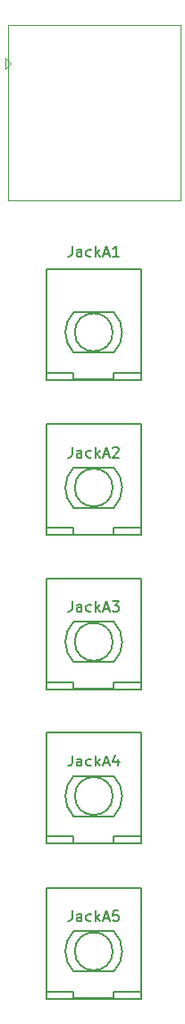
<source format=gbr>
%TF.GenerationSoftware,KiCad,Pcbnew,7.0.7*%
%TF.CreationDate,2023-08-18T12:33:07+01:00*%
%TF.ProjectId,Base_Controls,42617365-5f43-46f6-9e74-726f6c732e6b,rev?*%
%TF.SameCoordinates,Original*%
%TF.FileFunction,Legend,Top*%
%TF.FilePolarity,Positive*%
%FSLAX46Y46*%
G04 Gerber Fmt 4.6, Leading zero omitted, Abs format (unit mm)*
G04 Created by KiCad (PCBNEW 7.0.7) date 2023-08-18 12:33:07*
%MOMM*%
%LPD*%
G01*
G04 APERTURE LIST*
%ADD10C,0.150000*%
%ADD11C,0.120000*%
G04 APERTURE END LIST*
D10*
X57352380Y-84734819D02*
X57352380Y-85449104D01*
X57352380Y-85449104D02*
X57304761Y-85591961D01*
X57304761Y-85591961D02*
X57209523Y-85687200D01*
X57209523Y-85687200D02*
X57066666Y-85734819D01*
X57066666Y-85734819D02*
X56971428Y-85734819D01*
X58257142Y-85734819D02*
X58257142Y-85211009D01*
X58257142Y-85211009D02*
X58209523Y-85115771D01*
X58209523Y-85115771D02*
X58114285Y-85068152D01*
X58114285Y-85068152D02*
X57923809Y-85068152D01*
X57923809Y-85068152D02*
X57828571Y-85115771D01*
X58257142Y-85687200D02*
X58161904Y-85734819D01*
X58161904Y-85734819D02*
X57923809Y-85734819D01*
X57923809Y-85734819D02*
X57828571Y-85687200D01*
X57828571Y-85687200D02*
X57780952Y-85591961D01*
X57780952Y-85591961D02*
X57780952Y-85496723D01*
X57780952Y-85496723D02*
X57828571Y-85401485D01*
X57828571Y-85401485D02*
X57923809Y-85353866D01*
X57923809Y-85353866D02*
X58161904Y-85353866D01*
X58161904Y-85353866D02*
X58257142Y-85306247D01*
X59161904Y-85687200D02*
X59066666Y-85734819D01*
X59066666Y-85734819D02*
X58876190Y-85734819D01*
X58876190Y-85734819D02*
X58780952Y-85687200D01*
X58780952Y-85687200D02*
X58733333Y-85639580D01*
X58733333Y-85639580D02*
X58685714Y-85544342D01*
X58685714Y-85544342D02*
X58685714Y-85258628D01*
X58685714Y-85258628D02*
X58733333Y-85163390D01*
X58733333Y-85163390D02*
X58780952Y-85115771D01*
X58780952Y-85115771D02*
X58876190Y-85068152D01*
X58876190Y-85068152D02*
X59066666Y-85068152D01*
X59066666Y-85068152D02*
X59161904Y-85115771D01*
X59590476Y-85734819D02*
X59590476Y-84734819D01*
X59685714Y-85353866D02*
X59971428Y-85734819D01*
X59971428Y-85068152D02*
X59590476Y-85449104D01*
X60352381Y-85449104D02*
X60828571Y-85449104D01*
X60257143Y-85734819D02*
X60590476Y-84734819D01*
X60590476Y-84734819D02*
X60923809Y-85734819D01*
X61780952Y-85734819D02*
X61209524Y-85734819D01*
X61495238Y-85734819D02*
X61495238Y-84734819D01*
X61495238Y-84734819D02*
X61400000Y-84877676D01*
X61400000Y-84877676D02*
X61304762Y-84972914D01*
X61304762Y-84972914D02*
X61209524Y-85020533D01*
X57352380Y-147652319D02*
X57352380Y-148366604D01*
X57352380Y-148366604D02*
X57304761Y-148509461D01*
X57304761Y-148509461D02*
X57209523Y-148604700D01*
X57209523Y-148604700D02*
X57066666Y-148652319D01*
X57066666Y-148652319D02*
X56971428Y-148652319D01*
X58257142Y-148652319D02*
X58257142Y-148128509D01*
X58257142Y-148128509D02*
X58209523Y-148033271D01*
X58209523Y-148033271D02*
X58114285Y-147985652D01*
X58114285Y-147985652D02*
X57923809Y-147985652D01*
X57923809Y-147985652D02*
X57828571Y-148033271D01*
X58257142Y-148604700D02*
X58161904Y-148652319D01*
X58161904Y-148652319D02*
X57923809Y-148652319D01*
X57923809Y-148652319D02*
X57828571Y-148604700D01*
X57828571Y-148604700D02*
X57780952Y-148509461D01*
X57780952Y-148509461D02*
X57780952Y-148414223D01*
X57780952Y-148414223D02*
X57828571Y-148318985D01*
X57828571Y-148318985D02*
X57923809Y-148271366D01*
X57923809Y-148271366D02*
X58161904Y-148271366D01*
X58161904Y-148271366D02*
X58257142Y-148223747D01*
X59161904Y-148604700D02*
X59066666Y-148652319D01*
X59066666Y-148652319D02*
X58876190Y-148652319D01*
X58876190Y-148652319D02*
X58780952Y-148604700D01*
X58780952Y-148604700D02*
X58733333Y-148557080D01*
X58733333Y-148557080D02*
X58685714Y-148461842D01*
X58685714Y-148461842D02*
X58685714Y-148176128D01*
X58685714Y-148176128D02*
X58733333Y-148080890D01*
X58733333Y-148080890D02*
X58780952Y-148033271D01*
X58780952Y-148033271D02*
X58876190Y-147985652D01*
X58876190Y-147985652D02*
X59066666Y-147985652D01*
X59066666Y-147985652D02*
X59161904Y-148033271D01*
X59590476Y-148652319D02*
X59590476Y-147652319D01*
X59685714Y-148271366D02*
X59971428Y-148652319D01*
X59971428Y-147985652D02*
X59590476Y-148366604D01*
X60352381Y-148366604D02*
X60828571Y-148366604D01*
X60257143Y-148652319D02*
X60590476Y-147652319D01*
X60590476Y-147652319D02*
X60923809Y-148652319D01*
X61733333Y-147652319D02*
X61257143Y-147652319D01*
X61257143Y-147652319D02*
X61209524Y-148128509D01*
X61209524Y-148128509D02*
X61257143Y-148080890D01*
X61257143Y-148080890D02*
X61352381Y-148033271D01*
X61352381Y-148033271D02*
X61590476Y-148033271D01*
X61590476Y-148033271D02*
X61685714Y-148080890D01*
X61685714Y-148080890D02*
X61733333Y-148128509D01*
X61733333Y-148128509D02*
X61780952Y-148223747D01*
X61780952Y-148223747D02*
X61780952Y-148461842D01*
X61780952Y-148461842D02*
X61733333Y-148557080D01*
X61733333Y-148557080D02*
X61685714Y-148604700D01*
X61685714Y-148604700D02*
X61590476Y-148652319D01*
X61590476Y-148652319D02*
X61352381Y-148652319D01*
X61352381Y-148652319D02*
X61257143Y-148604700D01*
X61257143Y-148604700D02*
X61209524Y-148557080D01*
X57352380Y-132952319D02*
X57352380Y-133666604D01*
X57352380Y-133666604D02*
X57304761Y-133809461D01*
X57304761Y-133809461D02*
X57209523Y-133904700D01*
X57209523Y-133904700D02*
X57066666Y-133952319D01*
X57066666Y-133952319D02*
X56971428Y-133952319D01*
X58257142Y-133952319D02*
X58257142Y-133428509D01*
X58257142Y-133428509D02*
X58209523Y-133333271D01*
X58209523Y-133333271D02*
X58114285Y-133285652D01*
X58114285Y-133285652D02*
X57923809Y-133285652D01*
X57923809Y-133285652D02*
X57828571Y-133333271D01*
X58257142Y-133904700D02*
X58161904Y-133952319D01*
X58161904Y-133952319D02*
X57923809Y-133952319D01*
X57923809Y-133952319D02*
X57828571Y-133904700D01*
X57828571Y-133904700D02*
X57780952Y-133809461D01*
X57780952Y-133809461D02*
X57780952Y-133714223D01*
X57780952Y-133714223D02*
X57828571Y-133618985D01*
X57828571Y-133618985D02*
X57923809Y-133571366D01*
X57923809Y-133571366D02*
X58161904Y-133571366D01*
X58161904Y-133571366D02*
X58257142Y-133523747D01*
X59161904Y-133904700D02*
X59066666Y-133952319D01*
X59066666Y-133952319D02*
X58876190Y-133952319D01*
X58876190Y-133952319D02*
X58780952Y-133904700D01*
X58780952Y-133904700D02*
X58733333Y-133857080D01*
X58733333Y-133857080D02*
X58685714Y-133761842D01*
X58685714Y-133761842D02*
X58685714Y-133476128D01*
X58685714Y-133476128D02*
X58733333Y-133380890D01*
X58733333Y-133380890D02*
X58780952Y-133333271D01*
X58780952Y-133333271D02*
X58876190Y-133285652D01*
X58876190Y-133285652D02*
X59066666Y-133285652D01*
X59066666Y-133285652D02*
X59161904Y-133333271D01*
X59590476Y-133952319D02*
X59590476Y-132952319D01*
X59685714Y-133571366D02*
X59971428Y-133952319D01*
X59971428Y-133285652D02*
X59590476Y-133666604D01*
X60352381Y-133666604D02*
X60828571Y-133666604D01*
X60257143Y-133952319D02*
X60590476Y-132952319D01*
X60590476Y-132952319D02*
X60923809Y-133952319D01*
X61685714Y-133285652D02*
X61685714Y-133952319D01*
X61447619Y-132904700D02*
X61209524Y-133618985D01*
X61209524Y-133618985D02*
X61828571Y-133618985D01*
X57352380Y-118352319D02*
X57352380Y-119066604D01*
X57352380Y-119066604D02*
X57304761Y-119209461D01*
X57304761Y-119209461D02*
X57209523Y-119304700D01*
X57209523Y-119304700D02*
X57066666Y-119352319D01*
X57066666Y-119352319D02*
X56971428Y-119352319D01*
X58257142Y-119352319D02*
X58257142Y-118828509D01*
X58257142Y-118828509D02*
X58209523Y-118733271D01*
X58209523Y-118733271D02*
X58114285Y-118685652D01*
X58114285Y-118685652D02*
X57923809Y-118685652D01*
X57923809Y-118685652D02*
X57828571Y-118733271D01*
X58257142Y-119304700D02*
X58161904Y-119352319D01*
X58161904Y-119352319D02*
X57923809Y-119352319D01*
X57923809Y-119352319D02*
X57828571Y-119304700D01*
X57828571Y-119304700D02*
X57780952Y-119209461D01*
X57780952Y-119209461D02*
X57780952Y-119114223D01*
X57780952Y-119114223D02*
X57828571Y-119018985D01*
X57828571Y-119018985D02*
X57923809Y-118971366D01*
X57923809Y-118971366D02*
X58161904Y-118971366D01*
X58161904Y-118971366D02*
X58257142Y-118923747D01*
X59161904Y-119304700D02*
X59066666Y-119352319D01*
X59066666Y-119352319D02*
X58876190Y-119352319D01*
X58876190Y-119352319D02*
X58780952Y-119304700D01*
X58780952Y-119304700D02*
X58733333Y-119257080D01*
X58733333Y-119257080D02*
X58685714Y-119161842D01*
X58685714Y-119161842D02*
X58685714Y-118876128D01*
X58685714Y-118876128D02*
X58733333Y-118780890D01*
X58733333Y-118780890D02*
X58780952Y-118733271D01*
X58780952Y-118733271D02*
X58876190Y-118685652D01*
X58876190Y-118685652D02*
X59066666Y-118685652D01*
X59066666Y-118685652D02*
X59161904Y-118733271D01*
X59590476Y-119352319D02*
X59590476Y-118352319D01*
X59685714Y-118971366D02*
X59971428Y-119352319D01*
X59971428Y-118685652D02*
X59590476Y-119066604D01*
X60352381Y-119066604D02*
X60828571Y-119066604D01*
X60257143Y-119352319D02*
X60590476Y-118352319D01*
X60590476Y-118352319D02*
X60923809Y-119352319D01*
X61161905Y-118352319D02*
X61780952Y-118352319D01*
X61780952Y-118352319D02*
X61447619Y-118733271D01*
X61447619Y-118733271D02*
X61590476Y-118733271D01*
X61590476Y-118733271D02*
X61685714Y-118780890D01*
X61685714Y-118780890D02*
X61733333Y-118828509D01*
X61733333Y-118828509D02*
X61780952Y-118923747D01*
X61780952Y-118923747D02*
X61780952Y-119161842D01*
X61780952Y-119161842D02*
X61733333Y-119257080D01*
X61733333Y-119257080D02*
X61685714Y-119304700D01*
X61685714Y-119304700D02*
X61590476Y-119352319D01*
X61590476Y-119352319D02*
X61304762Y-119352319D01*
X61304762Y-119352319D02*
X61209524Y-119304700D01*
X61209524Y-119304700D02*
X61161905Y-119257080D01*
X57352380Y-103752319D02*
X57352380Y-104466604D01*
X57352380Y-104466604D02*
X57304761Y-104609461D01*
X57304761Y-104609461D02*
X57209523Y-104704700D01*
X57209523Y-104704700D02*
X57066666Y-104752319D01*
X57066666Y-104752319D02*
X56971428Y-104752319D01*
X58257142Y-104752319D02*
X58257142Y-104228509D01*
X58257142Y-104228509D02*
X58209523Y-104133271D01*
X58209523Y-104133271D02*
X58114285Y-104085652D01*
X58114285Y-104085652D02*
X57923809Y-104085652D01*
X57923809Y-104085652D02*
X57828571Y-104133271D01*
X58257142Y-104704700D02*
X58161904Y-104752319D01*
X58161904Y-104752319D02*
X57923809Y-104752319D01*
X57923809Y-104752319D02*
X57828571Y-104704700D01*
X57828571Y-104704700D02*
X57780952Y-104609461D01*
X57780952Y-104609461D02*
X57780952Y-104514223D01*
X57780952Y-104514223D02*
X57828571Y-104418985D01*
X57828571Y-104418985D02*
X57923809Y-104371366D01*
X57923809Y-104371366D02*
X58161904Y-104371366D01*
X58161904Y-104371366D02*
X58257142Y-104323747D01*
X59161904Y-104704700D02*
X59066666Y-104752319D01*
X59066666Y-104752319D02*
X58876190Y-104752319D01*
X58876190Y-104752319D02*
X58780952Y-104704700D01*
X58780952Y-104704700D02*
X58733333Y-104657080D01*
X58733333Y-104657080D02*
X58685714Y-104561842D01*
X58685714Y-104561842D02*
X58685714Y-104276128D01*
X58685714Y-104276128D02*
X58733333Y-104180890D01*
X58733333Y-104180890D02*
X58780952Y-104133271D01*
X58780952Y-104133271D02*
X58876190Y-104085652D01*
X58876190Y-104085652D02*
X59066666Y-104085652D01*
X59066666Y-104085652D02*
X59161904Y-104133271D01*
X59590476Y-104752319D02*
X59590476Y-103752319D01*
X59685714Y-104371366D02*
X59971428Y-104752319D01*
X59971428Y-104085652D02*
X59590476Y-104466604D01*
X60352381Y-104466604D02*
X60828571Y-104466604D01*
X60257143Y-104752319D02*
X60590476Y-103752319D01*
X60590476Y-103752319D02*
X60923809Y-104752319D01*
X61209524Y-103847557D02*
X61257143Y-103799938D01*
X61257143Y-103799938D02*
X61352381Y-103752319D01*
X61352381Y-103752319D02*
X61590476Y-103752319D01*
X61590476Y-103752319D02*
X61685714Y-103799938D01*
X61685714Y-103799938D02*
X61733333Y-103847557D01*
X61733333Y-103847557D02*
X61780952Y-103942795D01*
X61780952Y-103942795D02*
X61780952Y-104038033D01*
X61780952Y-104038033D02*
X61733333Y-104180890D01*
X61733333Y-104180890D02*
X61161905Y-104752319D01*
X61161905Y-104752319D02*
X61780952Y-104752319D01*
D11*
%TO.C,J1*%
X51000000Y-66950000D02*
X51000000Y-67950000D01*
X51000000Y-67950000D02*
X51500000Y-67450000D01*
X51250000Y-63780000D02*
X51250000Y-80420000D01*
X51500000Y-67450000D02*
X51000000Y-66950000D01*
X67600000Y-63780000D02*
X51250000Y-63780000D01*
X67600000Y-63780000D02*
X67600000Y-80420000D01*
X67600000Y-80420000D02*
X51250000Y-80420000D01*
D10*
%TO.C,J2*%
X54900000Y-97400000D02*
X63900000Y-97400000D01*
X54955000Y-96710000D02*
X57495000Y-96710000D01*
X61305000Y-94805000D02*
X57495000Y-94805000D01*
X63900000Y-86900000D02*
X63900000Y-97400000D01*
X54900000Y-86900000D02*
X63900000Y-86900000D01*
X54900000Y-86900000D02*
X54900000Y-97400000D01*
X61305000Y-96710000D02*
X63845000Y-96710000D01*
X57495000Y-90995000D02*
X61305000Y-90995000D01*
X57495000Y-97345000D02*
X61305000Y-97345000D01*
X61305000Y-97345000D02*
X61305000Y-96710000D01*
X57495000Y-96710000D02*
X57495000Y-97345000D01*
X57495000Y-90995000D02*
G75*
G03*
X57495000Y-94805000I1904999J-1905000D01*
G01*
X61304999Y-94804999D02*
G75*
G03*
X61304999Y-90995001I-1904999J1904999D01*
G01*
X61196051Y-92900000D02*
G75*
G03*
X61196051Y-92900000I-1796051J0D01*
G01*
%TO.C,J6*%
X54900000Y-156000000D02*
X63900000Y-156000000D01*
X54955000Y-155310000D02*
X57495000Y-155310000D01*
X61305000Y-153405000D02*
X57495000Y-153405000D01*
X63900000Y-145500000D02*
X63900000Y-156000000D01*
X54900000Y-145500000D02*
X63900000Y-145500000D01*
X54900000Y-145500000D02*
X54900000Y-156000000D01*
X61305000Y-155310000D02*
X63845000Y-155310000D01*
X57495000Y-149595000D02*
X61305000Y-149595000D01*
X57495000Y-155945000D02*
X61305000Y-155945000D01*
X61305000Y-155945000D02*
X61305000Y-155310000D01*
X57495000Y-155310000D02*
X57495000Y-155945000D01*
X57495000Y-149595000D02*
G75*
G03*
X57495000Y-153405000I1904999J-1905000D01*
G01*
X61304999Y-153404999D02*
G75*
G03*
X61304999Y-149595001I-1904999J1904999D01*
G01*
X61196051Y-151500000D02*
G75*
G03*
X61196051Y-151500000I-1796051J0D01*
G01*
%TO.C,J5*%
X54900000Y-141300000D02*
X63900000Y-141300000D01*
X54955000Y-140610000D02*
X57495000Y-140610000D01*
X61305000Y-138705000D02*
X57495000Y-138705000D01*
X63900000Y-130800000D02*
X63900000Y-141300000D01*
X54900000Y-130800000D02*
X63900000Y-130800000D01*
X54900000Y-130800000D02*
X54900000Y-141300000D01*
X61305000Y-140610000D02*
X63845000Y-140610000D01*
X57495000Y-134895000D02*
X61305000Y-134895000D01*
X57495000Y-141245000D02*
X61305000Y-141245000D01*
X61305000Y-141245000D02*
X61305000Y-140610000D01*
X57495000Y-140610000D02*
X57495000Y-141245000D01*
X57495000Y-134895000D02*
G75*
G03*
X57495000Y-138705000I1904999J-1905000D01*
G01*
X61304999Y-138704999D02*
G75*
G03*
X61304999Y-134895001I-1904999J1904999D01*
G01*
X61196051Y-136800000D02*
G75*
G03*
X61196051Y-136800000I-1796051J0D01*
G01*
%TO.C,J4*%
X54900000Y-126700000D02*
X63900000Y-126700000D01*
X54955000Y-126010000D02*
X57495000Y-126010000D01*
X61305000Y-124105000D02*
X57495000Y-124105000D01*
X63900000Y-116200000D02*
X63900000Y-126700000D01*
X54900000Y-116200000D02*
X63900000Y-116200000D01*
X54900000Y-116200000D02*
X54900000Y-126700000D01*
X61305000Y-126010000D02*
X63845000Y-126010000D01*
X57495000Y-120295000D02*
X61305000Y-120295000D01*
X57495000Y-126645000D02*
X61305000Y-126645000D01*
X61305000Y-126645000D02*
X61305000Y-126010000D01*
X57495000Y-126010000D02*
X57495000Y-126645000D01*
X57495000Y-120295000D02*
G75*
G03*
X57495000Y-124105000I1904999J-1905000D01*
G01*
X61304999Y-124104999D02*
G75*
G03*
X61304999Y-120295001I-1904999J1904999D01*
G01*
X61196051Y-122200000D02*
G75*
G03*
X61196051Y-122200000I-1796051J0D01*
G01*
%TO.C,J3*%
X54900000Y-112100000D02*
X63900000Y-112100000D01*
X54955000Y-111410000D02*
X57495000Y-111410000D01*
X61305000Y-109505000D02*
X57495000Y-109505000D01*
X63900000Y-101600000D02*
X63900000Y-112100000D01*
X54900000Y-101600000D02*
X63900000Y-101600000D01*
X54900000Y-101600000D02*
X54900000Y-112100000D01*
X61305000Y-111410000D02*
X63845000Y-111410000D01*
X57495000Y-105695000D02*
X61305000Y-105695000D01*
X57495000Y-112045000D02*
X61305000Y-112045000D01*
X61305000Y-112045000D02*
X61305000Y-111410000D01*
X57495000Y-111410000D02*
X57495000Y-112045000D01*
X57495000Y-105695000D02*
G75*
G03*
X57495000Y-109505000I1904999J-1905000D01*
G01*
X61304999Y-109504999D02*
G75*
G03*
X61304999Y-105695001I-1904999J1904999D01*
G01*
X61196051Y-107600000D02*
G75*
G03*
X61196051Y-107600000I-1796051J0D01*
G01*
%TD*%
M02*

</source>
